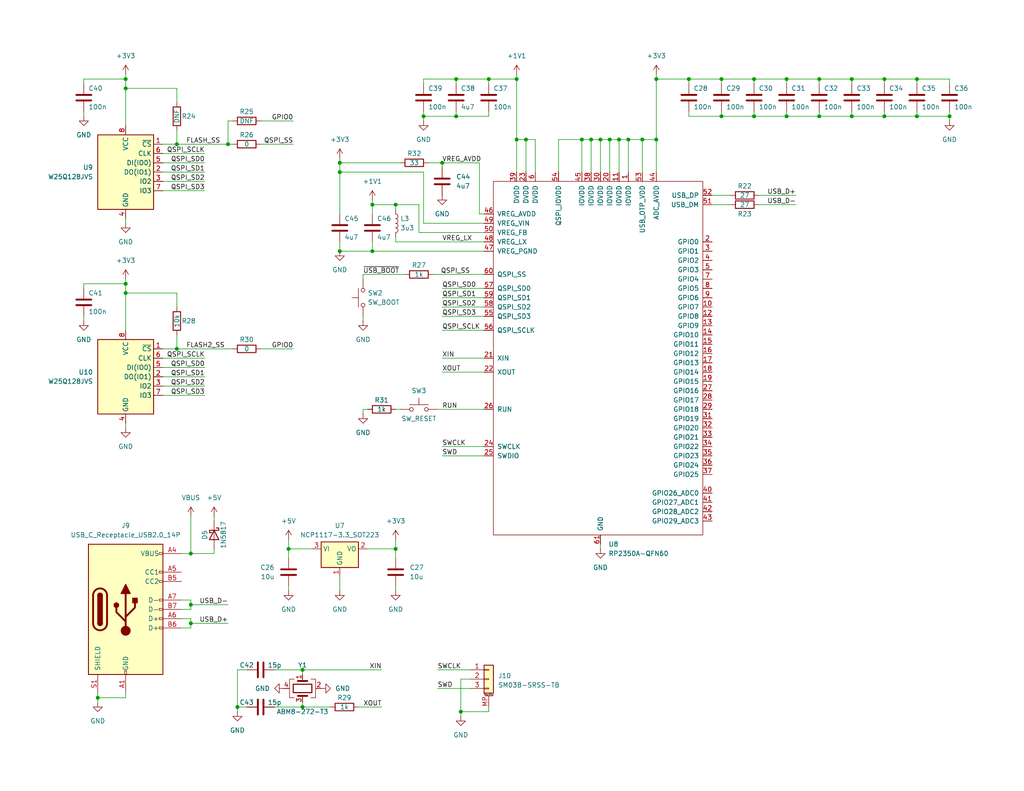
<source format=kicad_sch>
(kicad_sch (version 20231120) (generator "eeschema") (generator_version "8.0")
  (paper "A")
  (title_block (title "Zero-Stomp") (date "2025-02-03") (rev "1"))
  (lib_symbols
    (symbol "Connector:USB_C_Receptacle_USB2.0_14P" (pin_names (offset 1.016))
      (property "Reference" "J" (at 0 22.225 0))
      (property "Value" "USB_C_Receptacle_USB2.0_14P" (at 0 19.685 0))
      (symbol "USB_C_Receptacle_USB2.0_14P_0_0"
        (rectangle (start -0.254 -17.78) (end 0.254 -16.764))
        (rectangle (start 10.16 -4.826) (end 9.144 -5.334))
        (rectangle (start 10.16 -2.286) (end 9.144 -2.794))
        (rectangle (start 10.16 0.254) (end 9.144 -0.254))
        (rectangle (start 10.16 2.794) (end 9.144 2.286))
        (rectangle (start 10.16 7.874) (end 9.144 7.366))
        (rectangle (start 10.16 10.414) (end 9.144 9.906))
        (rectangle (start 10.16 15.494) (end 9.144 14.986))
      )
      (symbol "USB_C_Receptacle_USB2.0_14P_0_1"
        (rectangle (start -10.16 17.78) (end 10.16 -17.78) (stroke (width 0.254)) (fill (type background)))
        (arc (start -8.89 -3.81) (mid -6.985 -5.7067) (end -5.08 -3.81) (stroke (width 0.508)))
        (arc (start -7.62 -3.81) (mid -6.985 -4.4423) (end -6.35 -3.81) (stroke (width 0.254)))
        (arc (start -7.62 -3.81) (mid -6.985 -4.4423) (end -6.35 -3.81) (stroke (width 0.254)) (fill (type outline)))
        (rectangle (start -7.62 -3.81) (end -6.35 3.81) (stroke (width 0.254)) (fill (type outline)))
        (arc (start -6.35 3.81) (mid -6.985 4.4423) (end -7.62 3.81) (stroke (width 0.254)))
        (arc (start -6.35 3.81) (mid -6.985 4.4423) (end -7.62 3.81) (stroke (width 0.254)) (fill (type outline)))
        (arc (start -5.08 3.81) (mid -6.985 5.7067) (end -8.89 3.81) (stroke (width 0.508)))
        (circle (center -2.54 1.143) (radius 0.635) (stroke (width 0.254)) (fill (type outline)))
        (circle (center 0 -5.842) (radius 1.27) (fill (type outline)))
        (polyline (pts (xy -8.89 -3.81) (xy -8.89 3.81)) (stroke (width 0.508)))
        (polyline (pts (xy -5.08 3.81) (xy -5.08 -3.81)) (stroke (width 0.508)))
        (polyline (pts (xy 0 -5.842) (xy 0 4.318)) (stroke (width 0.508)))
        (polyline (pts (xy 0 -3.302) (xy -2.54 -0.762) (xy -2.54 0.508)) (stroke (width 0.508)))
        (polyline (pts (xy 0 -2.032) (xy 2.54 0.508) (xy 2.54 1.778)) (stroke (width 0.508)))
        (polyline (pts (xy -1.27 4.318) (xy 0 6.858) (xy 1.27 4.318) (xy -1.27 4.318)) (stroke (width 0.254)) (fill (type outline)))
        (rectangle (start 1.905 1.778) (end 3.175 3.048) (stroke (width 0.254)) (fill (type outline)))
      )
      (symbol "USB_C_Receptacle_USB2.0_14P_1_1"
        (pin passive line (at 0 -22.86 90) (length 5.08) (name "GND") (number "A1"))
        (pin passive line (at 0 -22.86 90) (length 5.08) hide (name "GND") (number "A12"))
        (pin passive line (at 15.24 15.24 180) (length 5.08) (name "VBUS") (number "A4"))
        (pin bidirectional line (at 15.24 10.16 180) (length 5.08) (name "CC1") (number "A5"))
        (pin bidirectional line (at 15.24 -2.54 180) (length 5.08) (name "D+") (number "A6"))
        (pin bidirectional line (at 15.24 2.54 180) (length 5.08) (name "D-") (number "A7"))
        (pin passive line (at 15.24 15.24 180) (length 5.08) hide (name "VBUS") (number "A9"))
        (pin passive line (at 0 -22.86 90) (length 5.08) hide (name "GND") (number "B1"))
        (pin passive line (at 0 -22.86 90) (length 5.08) hide (name "GND") (number "B12"))
        (pin passive line (at 15.24 15.24 180) (length 5.08) hide (name "VBUS") (number "B4"))
        (pin bidirectional line (at 15.24 7.62 180) (length 5.08) (name "CC2") (number "B5"))
        (pin bidirectional line (at 15.24 -5.08 180) (length 5.08) (name "D+") (number "B6"))
        (pin bidirectional line (at 15.24 0 180) (length 5.08) (name "D-") (number "B7"))
        (pin passive line (at 15.24 15.24 180) (length 5.08) hide (name "VBUS") (number "B9"))
        (pin passive line (at -7.62 -22.86 90) (length 5.08) (name "SHIELD") (number "S1"))
      )
    )
    (symbol "Connector_Generic_MountingPin:Conn_01x03_MountingPin" (pin_names (offset 1.016) hide)
      (property "Reference" "J" (at 0 5.08 0))
      (property "Value" "Conn_01x03_MountingPin" (at 1.27 -5.08 0))
      (symbol "Conn_01x03_MountingPin_1_1"
        (rectangle (start -1.27 -2.413) (end 0 -2.667) (stroke (width 0.1524)))
        (rectangle (start -1.27 0.127) (end 0 -0.127) (stroke (width 0.1524)))
        (rectangle (start -1.27 2.667) (end 0 2.413) (stroke (width 0.1524)))
        (rectangle (start -1.27 3.81) (end 1.27 -3.81) (stroke (width 0.254)) (fill (type background)))
        (polyline (pts (xy -1.016 -4.572) (xy 1.016 -4.572)) (stroke (width 0.1524)))
        (text "Mounting" (at 0 -4.191 0) (effects (font (size 0.381 0.381))))
        (pin passive line (at -5.08 2.54 0) (length 3.81) (name "Pin_1") (number "1"))
        (pin passive line (at -5.08 0 0) (length 3.81) (name "Pin_2") (number "2"))
        (pin passive line (at -5.08 -2.54 0) (length 3.81) (name "Pin_3") (number "3"))
        (pin passive line (at 0 -7.62 90) (length 3.048) (name "MountPin") (number "MP"))
      )
    )
    (symbol "Device:C" (pin_numbers hide) (pin_names (offset 0.254))
      (property "Reference" "C" (at 0.635 2.54 0))
      (property "Value" "C" (at 0.635 -2.54 0))
      (symbol "C_0_1"
        (polyline (pts (xy -2.032 -0.762) (xy 2.032 -0.762)) (stroke (width 0.508)))
        (polyline (pts (xy -2.032 0.762) (xy 2.032 0.762)) (stroke (width 0.508)))
      )
      (symbol "C_1_1"
        (pin passive line (at 0 3.81 270) (length 2.794) (name "~") (number "1"))
        (pin passive line (at 0 -3.81 90) (length 2.794) (name "~") (number "2"))
      )
    )
    (symbol "Device:Crystal_GND24" (pin_names (offset 1.016) hide)
      (property "Reference" "Y" (at 3.175 5.08 0))
      (property "Value" "Crystal_GND24" (at 3.175 3.175 0))
      (symbol "Crystal_GND24_0_1"
        (rectangle (start -1.143 2.54) (end 1.143 -2.54) (stroke (width 0.3048)))
        (polyline (pts (xy -2.54 0) (xy -2.032 0)))
        (polyline (pts (xy -2.032 -1.27) (xy -2.032 1.27)) (stroke (width 0.508)))
        (polyline (pts (xy 0 -3.81) (xy 0 -3.556)))
        (polyline (pts (xy 0 3.556) (xy 0 3.81)))
        (polyline (pts (xy 2.032 -1.27) (xy 2.032 1.27)) (stroke (width 0.508)))
        (polyline (pts (xy 2.032 0) (xy 2.54 0)))
        (polyline (pts (xy -2.54 -2.286) (xy -2.54 -3.556) (xy 2.54 -3.556) (xy 2.54 -2.286)))
        (polyline (pts (xy -2.54 2.286) (xy -2.54 3.556) (xy 2.54 3.556) (xy 2.54 2.286)))
      )
      (symbol "Crystal_GND24_1_1"
        (pin passive line (at -3.81 0 0) (length 1.27) (name "1") (number "1"))
        (pin passive line (at 0 5.08 270) (length 1.27) (name "2") (number "2"))
        (pin passive line (at 3.81 0 180) (length 1.27) (name "3") (number "3"))
        (pin passive line (at 0 -5.08 90) (length 1.27) (name "4") (number "4"))
      )
    )
    (symbol "Device:L" (pin_numbers hide) (pin_names (offset 1.016) hide)
      (property "Reference" "L" (at -1.27 0 90))
      (property "Value" "L" (at 1.905 0 90))
      (symbol "L_0_1"
        (arc (start 0 -2.54) (mid 0.6323 -1.905) (end 0 -1.27))
        (arc (start 0 -1.27) (mid 0.6323 -0.635) (end 0 0))
        (arc (start 0 0) (mid 0.6323 0.635) (end 0 1.27))
        (arc (start 0 1.27) (mid 0.6323 1.905) (end 0 2.54))
      )
      (symbol "L_1_1"
        (pin passive line (at 0 3.81 270) (length 1.27) (name "1") (number "1"))
        (pin passive line (at 0 -3.81 90) (length 1.27) (name "2") (number "2"))
      )
    )
    (symbol "Device:R" (pin_numbers hide) (pin_names (offset 0))
      (property "Reference" "R" (at 2.032 0 90))
      (property "Value" "R" (at 0 0 90))
      (symbol "R_0_1"
        (rectangle (start -1.016 -2.54) (end 1.016 2.54) (stroke (width 0.254)))
      )
      (symbol "R_1_1"
        (pin passive line (at 0 3.81 270) (length 1.27) (name "~") (number "1"))
        (pin passive line (at 0 -3.81 90) (length 1.27) (name "~") (number "2"))
      )
    )
    (symbol "Diode:1N5817" (pin_numbers hide) (pin_names (offset 1.016) hide)
      (property "Reference" "D" (at 0 2.54 0))
      (property "Value" "1N5817" (at 0 -2.54 0))
      (symbol "1N5817_0_1"
        (polyline (pts (xy 1.27 0) (xy -1.27 0)))
        (polyline (pts (xy 1.27 1.27) (xy 1.27 -1.27) (xy -1.27 0) (xy 1.27 1.27)) (stroke (width 0.254)))
        (polyline (pts (xy -1.905 0.635) (xy -1.905 1.27) (xy -1.27 1.27) (xy -1.27 -1.27) (xy -0.635 -1.27) (xy -0.635 -0.635)) (stroke (width 0.254)))
      )
      (symbol "1N5817_1_1"
        (pin passive line (at -3.81 0 0) (length 2.54) (name "K") (number "1"))
        (pin passive line (at 3.81 0 180) (length 2.54) (name "A") (number "2"))
      )
    )
    (symbol "Memory_Flash:W25Q128JVS"
      (property "Reference" "U" (at -6.35 11.43 0))
      (property "Value" "W25Q128JVS" (at 7.62 11.43 0))
      (symbol "W25Q128JVS_0_1"
        (rectangle (start -7.62 10.16) (end 7.62 -10.16) (stroke (width 0.254)) (fill (type background)))
      )
      (symbol "W25Q128JVS_1_1"
        (pin input line (at -10.16 7.62 0) (length 2.54) (name "~{CS}") (number "1"))
        (pin bidirectional line (at -10.16 0 0) (length 2.54) (name "DO(IO1)") (number "2"))
        (pin bidirectional line (at -10.16 -2.54 0) (length 2.54) (name "IO2") (number "3"))
        (pin power_in line (at 0 -12.7 90) (length 2.54) (name "GND") (number "4"))
        (pin bidirectional line (at -10.16 2.54 0) (length 2.54) (name "DI(IO0)") (number "5"))
        (pin input line (at -10.16 5.08 0) (length 2.54) (name "CLK") (number "6"))
        (pin bidirectional line (at -10.16 -5.08 0) (length 2.54) (name "IO3") (number "7"))
        (pin power_in line (at 0 12.7 270) (length 2.54) (name "VCC") (number "8"))
      )
    )
    (symbol "RP2350A:RP2350A-QFN60" (pin_names (offset 1.016))
      (property "Reference" "U" (at 0 -1.27 0))
      (property "Value" "RP2350A-QFN60" (at 0 1.27 0))
      (symbol "RP2350A-QFN60_0_1"
        (rectangle (start -29.21 44.45) (end 27.94 -52.07))
      )
      (symbol "RP2350A-QFN60_1_0"
        (pin passive line (at 0 -54.61 90) (length 2.54) (name "GND") (number "61"))
      )
      (symbol "RP2350A-QFN60_1_1"
        (pin power_in line (at 7.62 46.99 270) (length 2.54) (name "IOVDD") (number "1"))
        (pin bidirectional line (at 30.48 10.16 180) (length 2.54) (name "GPIO7") (number "10"))
        (pin power_in line (at 5.08 46.99 270) (length 2.54) (name "IOVDD") (number "11"))
        (pin bidirectional line (at 30.48 7.62 180) (length 2.54) (name "GPIO8") (number "12"))
        (pin bidirectional line (at 30.48 5.08 180) (length 2.54) (name "GPIO9") (number "13"))
        (pin bidirectional line (at 30.48 2.54 180) (length 2.54) (name "GPIO10") (number "14"))
        (pin bidirectional line (at 30.48 0 180) (length 2.54) (name "GPIO11") (number "15"))
        (pin bidirectional line (at 30.48 -2.54 180) (length 2.54) (name "GPIO12") (number "16"))
        (pin bidirectional line (at 30.48 -5.08 180) (length 2.54) (name "GPIO13") (number "17"))
        (pin bidirectional line (at 30.48 -7.62 180) (length 2.54) (name "GPIO14") (number "18"))
        (pin bidirectional line (at 30.48 -10.16 180) (length 2.54) (name "GPIO15") (number "19"))
        (pin bidirectional line (at 30.48 27.94 180) (length 2.54) (name "GPIO0") (number "2"))
        (pin power_in line (at 2.54 46.99 270) (length 2.54) (name "IOVDD") (number "20"))
        (pin input line (at -31.75 -3.81 0) (length 2.54) (name "XIN") (number "21"))
        (pin output line (at -31.75 -7.62 0) (length 2.54) (name "XOUT") (number "22"))
        (pin power_in line (at -20.32 46.99 270) (length 2.54) (name "DVDD") (number "23"))
        (pin input line (at -31.75 -27.94 0) (length 2.54) (name "SWCLK") (number "24"))
        (pin bidirectional line (at -31.75 -30.48 0) (length 2.54) (name "SWDIO") (number "25"))
        (pin input line (at -31.75 -17.78 0) (length 2.54) (name "RUN") (number "26"))
        (pin bidirectional line (at 30.48 -12.7 180) (length 2.54) (name "GPIO16") (number "27"))
        (pin bidirectional line (at 30.48 -15.24 180) (length 2.54) (name "GPIO17") (number "28"))
        (pin bidirectional line (at 30.48 -17.78 180) (length 2.54) (name "GPIO18") (number "29"))
        (pin bidirectional line (at 30.48 25.4 180) (length 2.54) (name "GPIO1") (number "3"))
        (pin power_in line (at 0 46.99 270) (length 2.54) (name "IOVDD") (number "30"))
        (pin bidirectional line (at 30.48 -20.32 180) (length 2.54) (name "GPIO19") (number "31"))
        (pin bidirectional line (at 30.48 -22.86 180) (length 2.54) (name "GPIO20") (number "32"))
        (pin bidirectional line (at 30.48 -25.4 180) (length 2.54) (name "GPIO21") (number "33"))
        (pin bidirectional line (at 30.48 -27.94 180) (length 2.54) (name "GPIO22") (number "34"))
        (pin bidirectional line (at 30.48 -30.48 180) (length 2.54) (name "GPIO23") (number "35"))
        (pin bidirectional line (at 30.48 -33.02 180) (length 2.54) (name "GPIO24") (number "36"))
        (pin bidirectional line (at 30.48 -35.56 180) (length 2.54) (name "GPIO25") (number "37"))
        (pin power_in line (at -2.54 46.99 270) (length 2.54) (name "IOVDD") (number "38"))
        (pin power_in line (at -22.86 46.99 270) (length 2.54) (name "DVDD") (number "39"))
        (pin bidirectional line (at 30.48 22.86 180) (length 2.54) (name "GPIO2") (number "4"))
        (pin bidirectional line (at 30.48 -40.64 180) (length 2.54) (name "GPIO26_ADC0") (number "40"))
        (pin bidirectional line (at 30.48 -43.18 180) (length 2.54) (name "GPIO27_ADC1") (number "41"))
        (pin bidirectional line (at 30.48 -45.72 180) (length 2.54) (name "GPIO28_ADC2") (number "42"))
        (pin bidirectional line (at 30.48 -48.26 180) (length 2.54) (name "GPIO29_ADC3") (number "43"))
        (pin power_in line (at 15.24 46.99 270) (length 2.54) (name "ADC_AVDD") (number "44"))
        (pin power_in line (at -5.08 46.99 270) (length 2.54) (name "IOVDD") (number "45"))
        (pin power_in line (at -31.75 35.56 0) (length 2.54) (name "VREG_AVDD") (number "46"))
        (pin input line (at -31.75 25.4 0) (length 2.54) (name "VREG_PGND") (number "47"))
        (pin power_out line (at -31.75 27.94 0) (length 2.54) (name "VREG_LX") (number "48"))
        (pin power_in line (at -31.75 33.02 0) (length 2.54) (name "VREG_VIN") (number "49"))
        (pin bidirectional line (at 30.48 20.32 180) (length 2.54) (name "GPIO3") (number "5"))
        (pin power_in line (at -31.75 30.48 0) (length 2.54) (name "VREG_FB") (number "50"))
        (pin bidirectional line (at 30.48 38.1 180) (length 2.54) (name "USB_DM") (number "51"))
        (pin bidirectional line (at 30.48 40.64 180) (length 2.54) (name "USB_DP") (number "52"))
        (pin power_in line (at 11.43 46.99 270) (length 2.54) (name "USB_OTP_VDD") (number "53"))
        (pin power_in line (at -11.43 46.99 270) (length 2.54) (name "QSPI_IOVDD") (number "54"))
        (pin bidirectional line (at -31.75 7.62 0) (length 2.54) (name "QSPI_SD3") (number "55"))
        (pin bidirectional line (at -31.75 3.81 0) (length 2.54) (name "QSPI_SCLK") (number "56"))
        (pin bidirectional line (at -31.75 15.24 0) (length 2.54) (name "QSPI_SD0") (number "57"))
        (pin bidirectional line (at -31.75 10.16 0) (length 2.54) (name "QSPI_SD2") (number "58"))
        (pin bidirectional line (at -31.75 12.7 0) (length 2.54) (name "QSPI_SD1") (number "59"))
        (pin power_in line (at -17.78 46.99 270) (length 2.54) (name "DVDD") (number "6"))
        (pin bidirectional line (at -31.75 19.05 0) (length 2.54) (name "QSPI_SS") (number "60"))
        (pin bidirectional line (at 30.48 17.78 180) (length 2.54) (name "GPIO4") (number "7"))
        (pin bidirectional line (at 30.48 15.24 180) (length 2.54) (name "GPIO5") (number "8"))
        (pin bidirectional line (at 30.48 12.7 180) (length 2.54) (name "GPIO6") (number "9"))
      )
    )
    (symbol "Regulator_Linear:NCP1117-3.3_SOT223"
      (property "Reference" "U" (at -3.81 3.175 0))
      (property "Value" "NCP1117-3.3_SOT223" (at 0 3.175 0))
      (symbol "NCP1117-3.3_SOT223_0_1"
        (rectangle (start -5.08 -5.08) (end 5.08 1.905) (stroke (width 0.254)) (fill (type background)))
      )
      (symbol "NCP1117-3.3_SOT223_1_1"
        (pin power_in line (at 0 -7.62 90) (length 2.54) (name "GND") (number "1"))
        (pin power_out line (at 7.62 0 180) (length 2.54) (name "VO") (number "2"))
        (pin power_in line (at -7.62 0 0) (length 2.54) (name "VI") (number "3"))
      )
    )
    (symbol "Switch:SW_Push" (pin_numbers hide) (pin_names (offset 1.016) hide)
      (property "Reference" "SW" (at 1.27 2.54 0))
      (property "Value" "SW_Push" (at 0 -1.524 0))
      (symbol "SW_Push_0_1"
        (circle (center -2.032 0) (radius 0.508))
        (polyline (pts (xy 0 1.27) (xy 0 3.048)))
        (polyline (pts (xy 2.54 1.27) (xy -2.54 1.27)))
        (circle (center 2.032 0) (radius 0.508))
        (pin passive line (at -5.08 0 0) (length 2.54) (name "1") (number "1"))
        (pin passive line (at 5.08 0 180) (length 2.54) (name "2") (number "2"))
      )
    )
    (symbol "power:+1V1" (power) (pin_numbers hide) (pin_names (offset 0) hide)
      (property "Value" "+1V1" (at 0 3.556 0))
      (symbol "+1V1_0_1"
        (polyline (pts (xy -0.762 1.27) (xy 0 2.54)))
        (polyline (pts (xy 0 0) (xy 0 2.54)))
        (polyline (pts (xy 0 2.54) (xy 0.762 1.27)))
      )
      (symbol "+1V1_1_1"
        (pin power_in line (at 0 0 90) (length 0) (name "~") (number "1"))
      )
    )
    (symbol "power:+3V3" (power) (pin_numbers hide) (pin_names (offset 0) hide)
      (property "Value" "+3V3" (at 0 3.556 0))
      (symbol "+3V3_0_1"
        (polyline (pts (xy -0.762 1.27) (xy 0 2.54)))
        (polyline (pts (xy 0 0) (xy 0 2.54)))
        (polyline (pts (xy 0 2.54) (xy 0.762 1.27)))
      )
      (symbol "+3V3_1_1"
        (pin power_in line (at 0 0 90) (length 0) (name "~") (number "1"))
      )
    )
    (symbol "power:+5V" (power) (pin_numbers hide) (pin_names (offset 0) hide)
      (property "Value" "+5V" (at 0 3.556 0))
      (symbol "+5V_0_1"
        (polyline (pts (xy -0.762 1.27) (xy 0 2.54)))
        (polyline (pts (xy 0 0) (xy 0 2.54)))
        (polyline (pts (xy 0 2.54) (xy 0.762 1.27)))
      )
      (symbol "+5V_1_1"
        (pin power_in line (at 0 0 90) (length 0) (name "~") (number "1"))
      )
    )
    (symbol "power:GND" (power) (pin_numbers hide) (pin_names (offset 0) hide)
      (property "Value" "GND" (at 0 -3.81 0))
      (symbol "GND_0_1"
        (polyline (pts (xy 0 0) (xy 0 -1.27) (xy 1.27 -1.27) (xy 0 -2.54) (xy -1.27 -1.27) (xy 0 -1.27)))
      )
      (symbol "GND_1_1"
        (pin power_in line (at 0 0 270) (length 0) (name "~") (number "1"))
      )
    )
    (symbol "power:VBUS" (power) (pin_numbers hide) (pin_names (offset 0) hide)
      (property "Value" "VBUS" (at 0 3.556 0))
      (symbol "VBUS_0_1"
        (polyline (pts (xy -0.762 1.27) (xy 0 2.54)))
        (polyline (pts (xy 0 0) (xy 0 2.54)))
        (polyline (pts (xy 0 2.54) (xy 0.762 1.27)))
      )
      (symbol "VBUS_1_1"
        (pin power_in line (at 0 0 90) (length 0) (name "~") (number "1"))
      )
    )
  )
  (junction (at 205.74 31.75))
  (junction (at 26.67 190.5))
  (junction (at 34.29 77.47))
  (junction (at 168.91 38.1))
  (junction (at 250.19 21.59))
  (junction (at 52.07 165.1))
  (junction (at 161.29 38.1))
  (junction (at 179.07 38.1))
  (junction (at 241.3 21.59))
  (junction (at 205.74 21.59))
  (junction (at 124.46 31.75))
  (junction (at 120.65 44.45))
  (junction (at 78.74 149.86))
  (junction (at 171.45 38.1))
  (junction (at 115.57 31.75))
  (junction (at 125.73 194.31))
  (junction (at 64.77 193.04))
  (junction (at 92.71 44.45))
  (junction (at 143.51 38.1))
  (junction (at 140.97 21.59))
  (junction (at 52.07 170.18))
  (junction (at 107.95 55.88))
  (junction (at 101.6 68.58))
  (junction (at 232.41 31.75))
  (junction (at 163.83 38.1))
  (junction (at 101.6 55.88))
  (junction (at 250.19 31.75))
  (junction (at 107.95 149.86))
  (junction (at 34.29 80.01))
  (junction (at 34.29 21.59))
  (junction (at 82.55 182.88))
  (junction (at 214.63 31.75))
  (junction (at 166.37 38.1))
  (junction (at 179.07 21.59))
  (junction (at 52.07 151.13))
  (junction (at 140.97 38.1))
  (junction (at 241.3 31.75))
  (junction (at 214.63 21.59))
  (junction (at 158.75 38.1))
  (junction (at 223.52 31.75))
  (junction (at 187.96 21.59))
  (junction (at 92.71 68.58))
  (junction (at 232.41 21.59))
  (junction (at 62.23 39.37))
  (junction (at 124.46 21.59))
  (junction (at 92.71 46.99))
  (junction (at 48.26 95.25))
  (junction (at 34.29 24.13))
  (junction (at 133.35 21.59))
  (junction (at 223.52 21.59))
  (junction (at 196.85 31.75))
  (junction (at 48.26 39.37))
  (junction (at 175.26 38.1))
  (junction (at 259.08 31.75))
  (junction (at 82.55 193.04))
  (junction (at 196.85 21.59))
  (wire (pts (xy 52.07 170.18) (xy 62.23 170.18)))
  (wire (pts (xy 120.65 86.36) (xy 132.08 86.36)))
  (wire (pts (xy 52.07 151.13) (xy 49.53 151.13)))
  (wire (pts (xy 34.29 21.59) (xy 34.29 24.13)))
  (wire (pts (xy 259.08 33.02) (xy 259.08 31.75)))
  (wire (pts (xy 49.53 171.45) (xy 52.07 171.45)))
  (wire (pts (xy 44.45 44.45) (xy 55.88 44.45)))
  (wire (pts (xy 22.86 21.59) (xy 34.29 21.59)))
  (wire (pts (xy 132.08 63.5) (xy 114.3 63.5)))
  (wire (pts (xy 146.05 46.99) (xy 146.05 38.1)))
  (wire (pts (xy 187.96 21.59) (xy 179.07 21.59)))
  (wire (pts (xy 107.95 66.04) (xy 132.08 66.04)))
  (wire (pts (xy 124.46 31.75) (xy 133.35 31.75)))
  (wire (pts (xy 52.07 166.37) (xy 49.53 166.37)))
  (wire (pts (xy 99.06 87.63) (xy 99.06 86.36)))
  (wire (pts (xy 22.86 78.74) (xy 22.86 77.47)))
  (wire (pts (xy 62.23 33.02) (xy 62.23 39.37)))
  (wire (pts (xy 187.96 21.59) (xy 187.96 22.86)))
  (wire (pts (xy 214.63 31.75) (xy 205.74 31.75)))
  (wire (pts (xy 44.45 52.07) (xy 55.88 52.07)))
  (wire (pts (xy 44.45 49.53) (xy 55.88 49.53)))
  (wire (pts (xy 74.93 193.04) (xy 82.55 193.04)))
  (wire (pts (xy 115.57 46.99) (xy 92.71 46.99)))
  (wire (pts (xy 107.95 55.88) (xy 107.95 57.15)))
  (wire (pts (xy 22.86 77.47) (xy 34.29 77.47)))
  (wire (pts (xy 92.71 43.18) (xy 92.71 44.45)))
  (wire (pts (xy 34.29 24.13) (xy 34.29 34.29)))
  (wire (pts (xy 64.77 193.04) (xy 64.77 194.31)))
  (wire (pts (xy 118.11 74.93) (xy 132.08 74.93)))
  (wire (pts (xy 140.97 20.32) (xy 140.97 21.59)))
  (wire (pts (xy 179.07 20.32) (xy 179.07 21.59)))
  (wire (pts (xy 232.41 21.59) (xy 232.41 22.86)))
  (wire (pts (xy 120.65 78.74) (xy 132.08 78.74)))
  (wire (pts (xy 120.65 83.82) (xy 132.08 83.82)))
  (wire (pts (xy 259.08 31.75) (xy 250.19 31.75)))
  (wire (pts (xy 120.65 90.17) (xy 132.08 90.17)))
  (wire (pts (xy 250.19 21.59) (xy 241.3 21.59)))
  (wire (pts (xy 223.52 30.48) (xy 223.52 31.75)))
  (wire (pts (xy 34.29 190.5) (xy 34.29 189.23)))
  (wire (pts (xy 241.3 31.75) (xy 232.41 31.75)))
  (wire (pts (xy 205.74 31.75) (xy 196.85 31.75)))
  (wire (pts (xy 124.46 21.59) (xy 124.46 22.86)))
  (wire (pts (xy 49.53 168.91) (xy 52.07 168.91)))
  (wire (pts (xy 71.12 95.25) (xy 80.01 95.25)))
  (wire (pts (xy 119.38 187.96) (xy 128.27 187.96)))
  (wire (pts (xy 179.07 38.1) (xy 179.07 46.99)))
  (wire (pts (xy 52.07 163.83) (xy 52.07 165.1)))
  (wire (pts (xy 107.95 66.04) (xy 107.95 64.77)))
  (wire (pts (xy 92.71 44.45) (xy 92.71 46.99)))
  (wire (pts (xy 64.77 193.04) (xy 67.31 193.04)))
  (wire (pts (xy 120.65 81.28) (xy 132.08 81.28)))
  (wire (pts (xy 22.86 87.63) (xy 22.86 86.36)))
  (wire (pts (xy 120.65 44.45) (xy 120.65 45.72)))
  (wire (pts (xy 71.12 39.37) (xy 80.01 39.37)))
  (wire (pts (xy 125.73 194.31) (xy 133.35 194.31)))
  (wire (pts (xy 168.91 38.1) (xy 166.37 38.1)))
  (wire (pts (xy 49.53 163.83) (xy 52.07 163.83)))
  (wire (pts (xy 163.83 38.1) (xy 161.29 38.1)))
  (wire (pts (xy 241.3 21.59) (xy 241.3 22.86)))
  (wire (pts (xy 124.46 30.48) (xy 124.46 31.75)))
  (wire (pts (xy 171.45 38.1) (xy 171.45 46.99)))
  (wire (pts (xy 133.35 31.75) (xy 133.35 30.48)))
  (wire (pts (xy 158.75 38.1) (xy 158.75 46.99)))
  (wire (pts (xy 58.42 149.86) (xy 58.42 151.13)))
  (wire (pts (xy 223.52 21.59) (xy 214.63 21.59)))
  (wire (pts (xy 223.52 21.59) (xy 223.52 22.86)))
  (wire (pts (xy 44.45 102.87) (xy 55.88 102.87)))
  (wire (pts (xy 187.96 31.75) (xy 187.96 30.48)))
  (wire (pts (xy 34.29 77.47) (xy 34.29 80.01)))
  (wire (pts (xy 241.3 21.59) (xy 232.41 21.59)))
  (wire (pts (xy 101.6 55.88) (xy 101.6 58.42)))
  (wire (pts (xy 163.83 149.86) (xy 163.83 148.59)))
  (wire (pts (xy 100.33 111.76) (xy 99.06 111.76)))
  (wire (pts (xy 48.26 35.56) (xy 48.26 39.37)))
  (wire (pts (xy 132.08 58.42) (xy 130.81 58.42)))
  (wire (pts (xy 207.01 53.34) (xy 217.17 53.34)))
  (wire (pts (xy 52.07 170.18) (xy 52.07 171.45)))
  (wire (pts (xy 99.06 111.76) (xy 99.06 113.03)))
  (wire (pts (xy 223.52 31.75) (xy 214.63 31.75)))
  (wire (pts (xy 250.19 31.75) (xy 241.3 31.75)))
  (wire (pts (xy 133.35 21.59) (xy 133.35 22.86)))
  (wire (pts (xy 132.08 60.96) (xy 115.57 60.96)))
  (wire (pts (xy 92.71 66.04) (xy 92.71 68.58)))
  (wire (pts (xy 115.57 22.86) (xy 115.57 21.59)))
  (wire (pts (xy 34.29 76.2) (xy 34.29 77.47)))
  (wire (pts (xy 64.77 182.88) (xy 64.77 193.04)))
  (wire (pts (xy 44.45 46.99) (xy 55.88 46.99)))
  (wire (pts (xy 82.55 182.88) (xy 104.14 182.88)))
  (wire (pts (xy 166.37 38.1) (xy 163.83 38.1)))
  (wire (pts (xy 101.6 66.04) (xy 101.6 68.58)))
  (wire (pts (xy 26.67 190.5) (xy 34.29 190.5)))
  (wire (pts (xy 175.26 38.1) (xy 179.07 38.1)))
  (wire (pts (xy 52.07 151.13) (xy 58.42 151.13)))
  (wire (pts (xy 48.26 95.25) (xy 44.45 95.25)))
  (wire (pts (xy 92.71 46.99) (xy 92.71 58.42)))
  (wire (pts (xy 52.07 168.91) (xy 52.07 170.18)))
  (wire (pts (xy 232.41 31.75) (xy 223.52 31.75)))
  (wire (pts (xy 241.3 30.48) (xy 241.3 31.75)))
  (wire (pts (xy 82.55 193.04) (xy 90.17 193.04)))
  (wire (pts (xy 48.26 80.01) (xy 34.29 80.01)))
  (wire (pts (xy 171.45 38.1) (xy 168.91 38.1)))
  (wire (pts (xy 120.65 121.92) (xy 132.08 121.92)))
  (wire (pts (xy 196.85 31.75) (xy 187.96 31.75)))
  (wire (pts (xy 48.26 39.37) (xy 44.45 39.37)))
  (wire (pts (xy 44.45 105.41) (xy 55.88 105.41)))
  (wire (pts (xy 74.93 182.88) (xy 82.55 182.88)))
  (wire (pts (xy 130.81 58.42) (xy 130.81 44.45)))
  (wire (pts (xy 130.81 44.45) (xy 120.65 44.45)))
  (wire (pts (xy 92.71 161.29) (xy 92.71 157.48)))
  (wire (pts (xy 120.65 124.46) (xy 132.08 124.46)))
  (wire (pts (xy 58.42 142.24) (xy 58.42 140.97)))
  (wire (pts (xy 34.29 20.32) (xy 34.29 21.59)))
  (wire (pts (xy 62.23 39.37) (xy 48.26 39.37)))
  (wire (pts (xy 63.5 33.02) (xy 62.23 33.02)))
  (wire (pts (xy 101.6 68.58) (xy 132.08 68.58)))
  (wire (pts (xy 161.29 38.1) (xy 161.29 46.99)))
  (wire (pts (xy 52.07 165.1) (xy 62.23 165.1)))
  (wire (pts (xy 44.45 41.91) (xy 55.88 41.91)))
  (wire (pts (xy 143.51 38.1) (xy 143.51 46.99)))
  (wire (pts (xy 44.45 107.95) (xy 55.88 107.95)))
  (wire (pts (xy 179.07 21.59) (xy 179.07 38.1)))
  (wire (pts (xy 52.07 140.97) (xy 52.07 151.13)))
  (wire (pts (xy 99.06 74.93) (xy 110.49 74.93)))
  (wire (pts (xy 205.74 30.48) (xy 205.74 31.75)))
  (wire (pts (xy 78.74 149.86) (xy 78.74 152.4)))
  (wire (pts (xy 205.74 21.59) (xy 196.85 21.59)))
  (wire (pts (xy 62.23 39.37) (xy 63.5 39.37)))
  (wire (pts (xy 163.83 38.1) (xy 163.83 46.99)))
  (wire (pts (xy 78.74 147.32) (xy 78.74 149.86)))
  (wire (pts (xy 92.71 68.58) (xy 101.6 68.58)))
  (wire (pts (xy 26.67 191.77) (xy 26.67 190.5)))
  (wire (pts (xy 52.07 165.1) (xy 52.07 166.37)))
  (wire (pts (xy 107.95 111.76) (xy 109.22 111.76)))
  (wire (pts (xy 119.38 182.88) (xy 128.27 182.88)))
  (wire (pts (xy 232.41 30.48) (xy 232.41 31.75)))
  (wire (pts (xy 48.26 95.25) (xy 63.5 95.25)))
  (wire (pts (xy 125.73 185.42) (xy 125.73 194.31)))
  (wire (pts (xy 128.27 185.42) (xy 125.73 185.42)))
  (wire (pts (xy 100.33 149.86) (xy 107.95 149.86)))
  (wire (pts (xy 44.45 100.33) (xy 55.88 100.33)))
  (wire (pts (xy 82.55 184.15) (xy 82.55 182.88)))
  (wire (pts (xy 140.97 21.59) (xy 140.97 38.1)))
  (wire (pts (xy 115.57 30.48) (xy 115.57 31.75)))
  (wire (pts (xy 125.73 195.58) (xy 125.73 194.31)))
  (wire (pts (xy 82.55 193.04) (xy 82.55 191.77)))
  (wire (pts (xy 67.31 182.88) (xy 64.77 182.88)))
  (wire (pts (xy 114.3 55.88) (xy 107.95 55.88)))
  (wire (pts (xy 34.29 60.96) (xy 34.29 59.69)))
  (wire (pts (xy 214.63 30.48) (xy 214.63 31.75)))
  (wire (pts (xy 175.26 46.99) (xy 175.26 38.1)))
  (wire (pts (xy 196.85 21.59) (xy 196.85 22.86)))
  (wire (pts (xy 48.26 83.82) (xy 48.26 80.01)))
  (wire (pts (xy 120.65 97.79) (xy 132.08 97.79)))
  (wire (pts (xy 120.65 101.6) (xy 132.08 101.6)))
  (wire (pts (xy 194.31 53.34) (xy 199.39 53.34)))
  (wire (pts (xy 99.06 76.2) (xy 99.06 74.93)))
  (wire (pts (xy 114.3 63.5) (xy 114.3 55.88)))
  (wire (pts (xy 259.08 31.75) (xy 259.08 30.48)))
  (wire (pts (xy 115.57 31.75) (xy 124.46 31.75)))
  (wire (pts (xy 107.95 147.32) (xy 107.95 149.86)))
  (wire (pts (xy 34.29 80.01) (xy 34.29 90.17)))
  (wire (pts (xy 152.4 38.1) (xy 152.4 46.99)))
  (wire (pts (xy 101.6 54.61) (xy 101.6 55.88)))
  (wire (pts (xy 166.37 38.1) (xy 166.37 46.99)))
  (wire (pts (xy 109.22 44.45) (xy 92.71 44.45)))
  (wire (pts (xy 119.38 111.76) (xy 132.08 111.76)))
  (wire (pts (xy 78.74 149.86) (xy 85.09 149.86)))
  (wire (pts (xy 175.26 38.1) (xy 171.45 38.1)))
  (wire (pts (xy 133.35 194.31) (xy 133.35 193.04)))
  (wire (pts (xy 44.45 97.79) (xy 55.88 97.79)))
  (wire (pts (xy 124.46 21.59) (xy 133.35 21.59)))
  (wire (pts (xy 140.97 38.1) (xy 140.97 46.99)))
  (wire (pts (xy 115.57 21.59) (xy 124.46 21.59)))
  (wire (pts (xy 71.12 33.02) (xy 80.01 33.02)))
  (wire (pts (xy 97.79 193.04) (xy 104.14 193.04)))
  (wire (pts (xy 22.86 31.75) (xy 22.86 30.48)))
  (wire (pts (xy 146.05 38.1) (xy 143.51 38.1)))
  (wire (pts (xy 143.51 38.1) (xy 140.97 38.1)))
  (wire (pts (xy 168.91 38.1) (xy 168.91 46.99)))
  (wire (pts (xy 158.75 38.1) (xy 152.4 38.1)))
  (wire (pts (xy 194.31 55.88) (xy 199.39 55.88)))
  (wire (pts (xy 26.67 190.5) (xy 26.67 189.23)))
  (wire (pts (xy 214.63 21.59) (xy 205.74 21.59)))
  (wire (pts (xy 48.26 27.94) (xy 48.26 24.13)))
  (wire (pts (xy 107.95 161.29) (xy 107.95 160.02)))
  (wire (pts (xy 116.84 44.45) (xy 120.65 44.45)))
  (wire (pts (xy 48.26 24.13) (xy 34.29 24.13)))
  (wire (pts (xy 48.26 91.44) (xy 48.26 95.25)))
  (wire (pts (xy 196.85 21.59) (xy 187.96 21.59)))
  (wire (pts (xy 214.63 21.59) (xy 214.63 22.86)))
  (wire (pts (xy 107.95 55.88) (xy 101.6 55.88)))
  (wire (pts (xy 259.08 21.59) (xy 250.19 21.59)))
  (wire (pts (xy 205.74 21.59) (xy 205.74 22.86)))
  (wire (pts (xy 22.86 22.86) (xy 22.86 21.59)))
  (wire (pts (xy 78.74 161.29) (xy 78.74 160.02)))
  (wire (pts (xy 207.01 55.88) (xy 217.17 55.88)))
  (wire (pts (xy 259.08 22.86) (xy 259.08 21.59)))
  (wire (pts (xy 107.95 149.86) (xy 107.95 152.4)))
  (wire (pts (xy 196.85 30.48) (xy 196.85 31.75)))
  (wire (pts (xy 232.41 21.59) (xy 223.52 21.59)))
  (wire (pts (xy 161.29 38.1) (xy 158.75 38.1)))
  (wire (pts (xy 250.19 21.59) (xy 250.19 22.86)))
  (wire (pts (xy 140.97 21.59) (xy 133.35 21.59)))
  (wire (pts (xy 250.19 30.48) (xy 250.19 31.75)))
  (wire (pts (xy 34.29 116.84) (xy 34.29 115.57)))
  (wire (pts (xy 115.57 60.96) (xy 115.57 46.99)))
  (wire (pts (xy 115.57 33.02) (xy 115.57 31.75)))
  (label "QSPI_SCLK" (at 55.88 41.91 180))
  (label "QSPI_SD1" (at 120.65 81.28 0))
  (label "SWCLK" (at 120.65 121.92 0))
  (label "QSPI_SD3" (at 55.88 107.95 180))
  (label "~{USB_BOOT}" (at 99.06 74.93 0))
  (label "VREG_LX" (at 120.65 66.04 0))
  (label "QSPI_SCLK" (at 55.88 97.79 180))
  (label "FLASH2_SS" (at 50.8 95.25 0))
  (label "USB_D-" (at 62.23 165.1 180))
  (label "QSPI_SD0" (at 55.88 44.45 180))
  (label "SWD" (at 119.38 187.96 0))
  (label "RUN" (at 120.65 111.76 0))
  (label "USB_D+" (at 217.17 53.34 180))
  (label "QSPI_SS" (at 80.01 39.37 180))
  (label "QSPI_SD1" (at 55.88 46.99 180))
  (label "QSPI_SD0" (at 55.88 100.33 180))
  (label "QSPI_SD3" (at 55.88 52.07 180))
  (label "QSPI_SD1" (at 55.88 102.87 180))
  (label "VREG_AVDD" (at 120.65 44.45 0))
  (label "XOUT" (at 120.65 101.6 0))
  (label "XIN" (at 104.14 182.88 180))
  (label "QSPI_SD0" (at 120.65 78.74 0))
  (label "GPIO0" (at 80.01 95.25 180))
  (label "QSPI_SCLK" (at 120.65 90.17 0))
  (label "USB_D-" (at 217.17 55.88 180))
  (label "XOUT" (at 104.14 193.04 180))
  (label "XIN" (at 120.65 97.79 0))
  (label "QSPI_SS" (at 128.27 74.93 180))
  (label "QSPI_SD2" (at 55.88 49.53 180))
  (label "GPIO0" (at 80.01 33.02 180))
  (label "QSPI_SD3" (at 120.65 86.36 0))
  (label "USB_D+" (at 62.23 170.18 180))
  (label "FLASH_SS" (at 50.8 39.37 0))
  (label "SWCLK" (at 119.38 182.88 0))
  (label "QSPI_SD2" (at 55.88 105.41 180))
  (label "SWD" (at 120.65 124.46 0))
  (label "QSPI_SD2" (at 120.65 83.82 0))
  (symbol (lib_id "power:GND") (at 107.95 161.29 0) (unit 1)
    (property "Reference" "#PWR053" (effects (hide yes)))
    (property "Value" "GND" (at 107.95 166.37 0))
    (property "Description" "Power symbol creates a global label with name \"GND\" , ground" (effects (hide yes)))
  )
  (symbol (lib_id "Device:R") (at 67.31 95.25 90) (unit 1)
    (property "Reference" "R30" (at 67.31 92.71 90))
    (property "Value" "0" (at 67.31 95.25 90))
    (property "Description" "Resistor" (effects (hide yes)))
  )
  (symbol (lib_id "Connector:USB_C_Receptacle_USB2.0_14P") (at 34.29 166.37 0) (unit 1)
    (property "Reference" "J9" (at 34.29 143.51 0))
    (property "Value" "USB_C_Receptacle_USB2.0_14P" (at 34.29 146.05 0))
    (property "Datasheet" "https://www.usb.org/sites/default/files/documents/usb_type-c.zip" (effects (hide yes)))
    (property "Description" "USB 2.0-only 14P Type-C Receptacle connector" (effects (hide yes)))
  )
  (symbol (lib_id "Device:R") (at 113.03 44.45 90) (unit 1)
    (property "Reference" "R32" (at 113.03 41.91 90))
    (property "Value" "33" (at 113.03 44.45 90))
    (property "Description" "Resistor" (effects (hide yes)))
  )
  (symbol (lib_id "power:GND") (at 87.63 187.96 90) (unit 1)
    (property "Reference" "#PWR069" (effects (hide yes)))
    (property "Value" "GND" (at 91.44 187.9599 90) (effects (justify right)))
    (property "Description" "Power symbol creates a global label with name \"GND\" , ground" (effects (hide yes)))
  )
  (symbol (lib_id "power:VBUS") (at 52.07 140.97 0) (unit 1)
    (property "Reference" "#PWR050" (effects (hide yes)))
    (property "Value" "VBUS" (at 52.07 135.89 0))
    (property "Description" "Power symbol creates a global label with name \"VBUS\"" (effects (hide yes)))
  )
  (symbol (lib_id "Device:C") (at 92.71 62.23 0) (unit 1)
    (property "Reference" "C45" (at 93.98 59.69 0) (effects (justify left)))
    (property "Value" "4u7" (at 93.98 64.77 0) (effects (justify left)))
    (property "Description" "Unpolarized capacitor" (effects (hide yes)))
  )
  (symbol (lib_id "Device:C") (at 232.41 26.67 0) (unit 1)
    (property "Reference" "C33" (at 233.68 24.13 0) (effects (justify left)))
    (property "Value" "100n" (at 233.68 29.21 0) (effects (justify left)))
    (property "Description" "Unpolarized capacitor" (effects (hide yes)))
  )
  (symbol (lib_id "power:+5V") (at 78.74 147.32 0) (unit 1)
    (property "Reference" "#PWR079" (effects (hide yes)))
    (property "Value" "+5V" (at 78.74 142.24 0))
    (property "Description" "Power symbol creates a global label with name \"+5V\"" (effects (hide yes)))
  )
  (symbol (lib_id "power:GND") (at 92.71 68.58 0) (unit 1)
    (property "Reference" "#PWR075" (effects (hide yes)))
    (property "Value" "GND" (at 92.71 73.66 0))
    (property "Description" "Power symbol creates a global label with name \"GND\" , ground" (effects (hide yes)))
  )
  (symbol (lib_id "power:GND") (at 22.86 87.63 0) (unit 1)
    (property "Reference" "#PWR065" (effects (hide yes)))
    (property "Value" "GND" (at 22.86 92.71 0))
    (property "Description" "Power symbol creates a global label with name \"GND\" , ground" (effects (hide yes)))
  )
  (symbol (lib_id "Device:C") (at 223.52 26.67 0) (unit 1)
    (property "Reference" "C32" (at 224.79 24.13 0) (effects (justify left)))
    (property "Value" "100n" (at 224.79 29.21 0) (effects (justify left)))
    (property "Description" "Unpolarized capacitor" (effects (hide yes)))
  )
  (symbol (lib_id "Device:C") (at 250.19 26.67 0) (unit 1)
    (property "Reference" "C35" (at 251.46 24.13 0) (effects (justify left)))
    (property "Value" "100n" (at 251.46 29.21 0) (effects (justify left)))
    (property "Description" "Unpolarized capacitor" (effects (hide yes)))
  )
  (symbol (lib_id "Connector_Generic_MountingPin:Conn_01x03_MountingPin") (at 133.35 185.42 0) (unit 1)
    (property "Reference" "J10" (at 135.89 184.5055 0) (effects (justify left)))
    (property "Value" "SM03B-SRSS-TB" (at 135.89 187.0455 0) (effects (justify left)))
    (property "Description" "Generic connectable mounting pin connector, single row, 01x03, script generated (kicad-library-utils/schlib/autogen/connector/)" (effects (hide yes)))
  )
  (symbol (lib_id "Device:C") (at 107.95 156.21 0) (unit 1)
    (property "Reference" "C27" (at 111.76 154.9399 0) (effects (justify left)))
    (property "Value" "10u" (at 111.76 157.4799 0) (effects (justify left)))
    (property "Description" "Unpolarized capacitor" (effects (hide yes)))
  )
  (symbol (lib_id "power:GND") (at 78.74 161.29 0) (unit 1)
    (property "Reference" "#PWR052" (effects (hide yes)))
    (property "Value" "GND" (at 78.74 166.37 0))
    (property "Description" "Power symbol creates a global label with name \"GND\" , ground" (effects (hide yes)))
  )
  (symbol (lib_id "power:+5V") (at 58.42 140.97 0) (unit 1)
    (property "Reference" "#PWR077" (effects (hide yes)))
    (property "Value" "+5V" (at 58.42 135.89 0))
    (property "Description" "Power symbol creates a global label with name \"+5V\"" (effects (hide yes)))
  )
  (symbol (lib_id "Device:R") (at 104.14 111.76 90) (unit 1)
    (property "Reference" "R31" (at 104.14 109.22 90))
    (property "Value" "1k" (at 104.14 111.76 90))
    (property "Description" "Resistor" (effects (hide yes)))
  )
  (symbol (lib_id "power:+3V3") (at 107.95 147.32 0) (unit 1)
    (property "Reference" "#PWR054" (effects (hide yes)))
    (property "Value" "+3V3" (at 107.95 142.24 0))
    (property "Description" "Power symbol creates a global label with name \"+3V3\"" (effects (hide yes)))
  )
  (symbol (lib_id "Device:R") (at 48.26 87.63 0) (unit 1)
    (property "Reference" "R28" (at 49.53 87.63 0) (effects (justify left)))
    (property "Value" "10k" (at 48.26 87.63 90))
    (property "Description" "Resistor" (effects (hide yes)))
  )
  (symbol (lib_id "Device:C") (at 22.86 26.67 0) (unit 1)
    (property "Reference" "C40" (at 24.13 24.13 0) (effects (justify left)))
    (property "Value" "100n" (at 24.13 29.21 0) (effects (justify left)))
    (property "Description" "Unpolarized capacitor" (effects (hide yes)))
  )
  (symbol (lib_id "Device:C") (at 241.3 26.67 0) (unit 1)
    (property "Reference" "C34" (at 242.57 24.13 0) (effects (justify left)))
    (property "Value" "100n" (at 242.57 29.21 0) (effects (justify left)))
    (property "Description" "Unpolarized capacitor" (effects (hide yes)))
  )
  (symbol (lib_id "power:+1V1") (at 101.6 54.61 0) (unit 1)
    (property "Reference" "#PWR074" (effects (hide yes)))
    (property "Value" "+1V1" (at 101.6 49.53 0))
    (property "Description" "Power symbol creates a global label with name \"+1V1\"" (effects (hide yes)))
  )
  (symbol (lib_id "Device:C") (at 124.46 26.67 0) (unit 1)
    (property "Reference" "C38" (at 125.73 24.13 0) (effects (justify left)))
    (property "Value" "4u7" (at 125.73 29.21 0) (effects (justify left)))
    (property "Description" "Unpolarized capacitor" (effects (hide yes)))
  )
  (symbol (lib_id "power:GND") (at 64.77 194.31 0) (unit 1)
    (property "Reference" "#PWR070" (effects (hide yes)))
    (property "Value" "GND" (at 64.77 199.39 0))
    (property "Description" "Power symbol creates a global label with name \"GND\" , ground" (effects (hide yes)))
  )
  (symbol (lib_id "Switch:SW_Push") (at 114.3 111.76 0) (unit 1)
    (property "Reference" "SW3" (at 114.3 106.68 0))
    (property "Value" "SW_RESET" (at 114.3 114.3 0))
    (property "Description" "Push button switch, generic, two pins" (effects (hide yes)))
  )
  (symbol (lib_id "power:GND") (at 259.08 33.02 0) (unit 1)
    (property "Reference" "#PWR056" (effects (hide yes)))
    (property "Value" "GND" (at 259.08 38.1 0))
    (property "Description" "Power symbol creates a global label with name \"GND\" , ground" (effects (hide yes)))
  )
  (symbol (lib_id "Device:C") (at 187.96 26.67 0) (unit 1)
    (property "Reference" "C28" (at 189.23 24.13 0) (effects (justify left)))
    (property "Value" "100n" (at 189.23 29.21 0) (effects (justify left)))
    (property "Description" "Unpolarized capacitor" (effects (hide yes)))
  )
  (symbol (lib_id "power:GND") (at 26.67 191.77 0) (unit 1)
    (property "Reference" "#PWR055" (effects (hide yes)))
    (property "Value" "GND" (at 26.67 196.85 0))
    (property "Description" "Power symbol creates a global label with name \"GND\" , ground" (effects (hide yes)))
  )
  (symbol (lib_id "Device:L") (at 107.95 60.96 0) (unit 1)
    (property "Reference" "L3" (at 109.22 59.6899 0) (effects (justify left)))
    (property "Value" "3u3" (at 109.22 62.2299 0) (effects (justify left)))
    (property "Description" "Inductor" (effects (hide yes)))
  )
  (symbol (lib_id "power:GND") (at 125.73 195.58 0) (unit 1)
    (property "Reference" "#PWR071" (effects (hide yes)))
    (property "Value" "GND" (at 125.73 200.66 0))
    (property "Description" "Power symbol creates a global label with name \"GND\" , ground" (effects (hide yes)))
  )
  (symbol (lib_id "Device:C") (at 214.63 26.67 0) (unit 1)
    (property "Reference" "C31" (at 215.9 24.13 0) (effects (justify left)))
    (property "Value" "100n" (at 215.9 29.21 0) (effects (justify left)))
    (property "Description" "Unpolarized capacitor" (effects (hide yes)))
  )
  (symbol (lib_id "Device:C") (at 101.6 62.23 0) (unit 1)
    (property "Reference" "C46" (at 102.87 59.69 0) (effects (justify left)))
    (property "Value" "4u7" (at 102.87 64.77 0) (effects (justify left)))
    (property "Description" "Unpolarized capacitor" (effects (hide yes)))
  )
  (symbol (lib_id "power:+3V3") (at 34.29 20.32 0) (unit 1)
    (property "Reference" "#PWR061" (effects (hide yes)))
    (property "Value" "+3V3" (at 34.29 15.24 0))
    (property "Description" "Power symbol creates a global label with name \"+3V3\"" (effects (hide yes)))
  )
  (symbol (lib_id "power:GND") (at 92.71 161.29 0) (unit 1)
    (property "Reference" "#PWR051" (effects (hide yes)))
    (property "Value" "GND" (at 92.71 166.37 0))
    (property "Description" "Power symbol creates a global label with name \"GND\" , ground" (effects (hide yes)))
  )
  (symbol (lib_id "Device:R") (at 67.31 33.02 90) (unit 1)
    (property "Reference" "R25" (at 67.31 30.48 90))
    (property "Value" "DNF" (at 67.31 33.02 90))
    (property "Description" "Resistor" (effects (hide yes)))
  )
  (symbol (lib_id "RP2350A:RP2350A-QFN60") (at 163.83 93.98 0) (unit 1)
    (property "Reference" "U8" (at 166.0241 148.59 0) (effects (justify left)))
    (property "Value" "RP2350A-QFN60" (at 166.0241 151.13 0) (effects (justify left)))
  )
  (symbol (lib_id "power:GND") (at 34.29 60.96 0) (unit 1)
    (property "Reference" "#PWR063" (effects (hide yes)))
    (property "Value" "GND" (at 34.29 66.04 0))
    (property "Description" "Power symbol creates a global label with name \"GND\" , ground" (effects (hide yes)))
  )
  (symbol (lib_id "power:+3V3") (at 34.29 76.2 0) (unit 1)
    (property "Reference" "#PWR066" (effects (hide yes)))
    (property "Value" "+3V3" (at 34.29 71.12 0))
    (property "Description" "Power symbol creates a global label with name \"+3V3\"" (effects (hide yes)))
  )
  (symbol (lib_id "Memory_Flash:W25Q128JVS") (at 34.29 46.99 0) (mirror y) (unit 1)
    (property "Reference" "U9" (at 25.4 45.7199 0) (effects (justify left)))
    (property "Value" "W25Q128JVS" (at 25.4 48.2599 0) (effects (justify left)))
    (property "Footprint" "Package_SO:SOIC-8_5.23x5.23mm_P1.27mm" (effects (hide yes)))
    (property "Datasheet" "https://www.winbond.com/resource-files/w25q128jv_dtr%20revc%2003272018%20plus.pdf" (effects (hide yes)))
    (property "Description" "128Mb Serial Flash Memory, Standard/Dual/Quad SPI, SOIC-8" (effects (hide yes)))
  )
  (symbol (lib_id "Device:R") (at 203.2 53.34 90) (unit 1)
    (property "Reference" "R22" (at 203.2 50.8 90))
    (property "Value" "27" (at 203.2 53.34 90))
    (property "Description" "Resistor" (effects (hide yes)))
  )
  (symbol (lib_id "Device:C") (at 133.35 26.67 0) (unit 1)
    (property "Reference" "C37" (at 134.62 24.13 0) (effects (justify left)))
    (property "Value" "100n" (at 134.62 29.21 0) (effects (justify left)))
    (property "Description" "Unpolarized capacitor" (effects (hide yes)))
  )
  (symbol (lib_id "Device:C") (at 71.12 182.88 90) (unit 1)
    (property "Reference" "C42" (at 67.31 181.61 90))
    (property "Value" "15p" (at 74.93 181.61 90))
    (property "Description" "Unpolarized capacitor" (effects (hide yes)))
  )
  (symbol (lib_id "power:GND") (at 22.86 31.75 0) (unit 1)
    (property "Reference" "#PWR062" (effects (hide yes)))
    (property "Value" "GND" (at 22.86 36.83 0))
    (property "Description" "Power symbol creates a global label with name \"GND\" , ground" (effects (hide yes)))
  )
  (symbol (lib_id "power:GND") (at 99.06 113.03 0) (unit 1)
    (property "Reference" "#PWR072" (effects (hide yes)))
    (property "Value" "GND" (at 99.06 118.11 0))
    (property "Description" "Power symbol creates a global label with name \"GND\" , ground" (effects (hide yes)))
  )
  (symbol (lib_id "Device:C") (at 71.12 193.04 90) (unit 1)
    (property "Reference" "C43" (at 67.31 191.77 90))
    (property "Value" "15p" (at 74.93 191.77 90))
    (property "Description" "Unpolarized capacitor" (effects (hide yes)))
  )
  (symbol (lib_id "power:+3V3") (at 92.71 43.18 0) (unit 1)
    (property "Reference" "#PWR076" (effects (hide yes)))
    (property "Value" "+3V3" (at 92.71 38.1 0))
    (property "Description" "Power symbol creates a global label with name \"+3V3\"" (effects (hide yes)))
  )
  (symbol (lib_id "Device:Crystal_GND24") (at 82.55 187.96 270) (unit 1)
    (property "Reference" "Y1" (at 82.55 181.61 90))
    (property "Value" "ABM8-272-T3" (at 82.55 194.31 90))
    (property "Description" "Four pin crystal, GND on pins 2 and 4" (effects (hide yes)))
  )
  (symbol (lib_id "power:GND") (at 77.47 187.96 270) (unit 1)
    (property "Reference" "#PWR068" (effects (hide yes)))
    (property "Value" "GND" (at 73.66 187.9599 90) (effects (justify right)))
    (property "Description" "Power symbol creates a global label with name \"GND\" , ground" (effects (hide yes)))
  )
  (symbol (lib_id "Device:C") (at 115.57 26.67 0) (unit 1)
    (property "Reference" "C39" (at 116.84 24.13 0) (effects (justify left)))
    (property "Value" "100n" (at 116.84 29.21 0) (effects (justify left)))
    (property "Description" "Unpolarized capacitor" (effects (hide yes)))
  )
  (symbol (lib_id "Device:C") (at 259.08 26.67 0) (unit 1)
    (property "Reference" "C36" (at 260.35 24.13 0) (effects (justify left)))
    (property "Value" "100n" (at 260.35 29.21 0) (effects (justify left)))
    (property "Description" "Unpolarized capacitor" (effects (hide yes)))
  )
  (symbol (lib_id "Device:C") (at 78.74 156.21 0) (mirror y) (unit 1)
    (property "Reference" "C26" (at 74.93 154.9399 0) (effects (justify left)))
    (property "Value" "10u" (at 74.93 157.4799 0) (effects (justify left)))
    (property "Description" "Unpolarized capacitor" (effects (hide yes)))
  )
  (symbol (lib_id "Switch:SW_Push") (at 99.06 81.28 90) (unit 1)
    (property "Reference" "SW2" (at 100.33 80.0099 90) (effects (justify right)))
    (property "Value" "SW_BOOT" (at 100.33 82.5499 90) (effects (justify right)))
    (property "Description" "Push button switch, generic, two pins" (effects (hide yes)))
  )
  (symbol (lib_id "Diode:1N5817") (at 58.42 146.05 270) (unit 1)
    (property "Reference" "D5" (at 55.88 146.05 0))
    (property "Value" "1N5817" (at 60.96 146.05 0))
    (property "Footprint" "Diode_THT:D_DO-41_SOD81_P2.54mm_Vertical_AnodeUp" (effects (hide yes)))
    (property "Datasheet" "http://www.vishay.com/docs/88525/1n5817.pdf" (effects (hide yes)))
    (property "Description" "20V 1A Schottky Barrier Rectifier Diode, DO-41" (effects (hide yes)))
  )
  (symbol (lib_id "Memory_Flash:W25Q128JVS") (at 34.29 102.87 0) (mirror y) (unit 1)
    (property "Reference" "U10" (at 25.4 101.5999 0) (effects (justify left)))
    (property "Value" "W25Q128JVS" (at 25.4 104.1399 0) (effects (justify left)))
    (property "Footprint" "Package_SO:SOIC-8_5.23x5.23mm_P1.27mm" (effects (hide yes)))
    (property "Datasheet" "https://www.winbond.com/resource-files/w25q128jv_dtr%20revc%2003272018%20plus.pdf" (effects (hide yes)))
    (property "Description" "128Mb Serial Flash Memory, Standard/Dual/Quad SPI, SOIC-8" (effects (hide yes)))
  )
  (symbol (lib_id "power:GND") (at 163.83 149.86 0) (unit 1)
    (property "Reference" "#PWR060" (effects (hide yes)))
    (property "Value" "GND" (at 163.83 154.94 0))
    (property "Description" "Power symbol creates a global label with name \"GND\" , ground" (effects (hide yes)))
  )
  (symbol (lib_id "Regulator_Linear:NCP1117-3.3_SOT223") (at 92.71 149.86 0) (unit 1)
    (property "Reference" "U7" (at 92.71 143.51 0))
    (property "Value" "NCP1117-3.3_SOT223" (at 92.71 146.05 0))
    (property "Footprint" "Package_TO_SOT_SMD:SOT-223-3_TabPin2" (effects (hide yes)))
    (property "Datasheet" "http://www.onsemi.com/pub_link/Collateral/NCP1117-D.PDF" (effects (hide yes)))
    (property "Description" "1A Low drop-out regulator, Fixed Output 3.3V, SOT-223" (effects (hide yes)))
  )
  (symbol (lib_id "power:+3V3") (at 179.07 20.32 0) (unit 1)
    (property "Reference" "#PWR057" (effects (hide yes)))
    (property "Value" "+3V3" (at 179.07 15.24 0))
    (property "Description" "Power symbol creates a global label with name \"+3V3\"" (effects (hide yes)))
  )
  (symbol (lib_id "Device:C") (at 120.65 49.53 0) (unit 1)
    (property "Reference" "C44" (at 124.46 48.2599 0) (effects (justify left)))
    (property "Value" "4u7" (at 124.46 50.7999 0) (effects (justify left)))
    (property "Description" "Unpolarized capacitor" (effects (hide yes)))
  )
  (symbol (lib_id "Device:R") (at 114.3 74.93 90) (unit 1)
    (property "Reference" "R27" (at 114.3 72.39 90))
    (property "Value" "1k" (at 114.3 74.93 90))
    (property "Description" "Resistor" (effects (hide yes)))
  )
  (symbol (lib_id "Device:R") (at 48.26 31.75 0) (unit 1)
    (property "Reference" "R24" (at 49.53 31.75 0) (effects (justify left)))
    (property "Value" "DNF" (at 48.26 31.75 90))
    (property "Description" "Resistor" (effects (hide yes)))
  )
  (symbol (lib_id "Device:C") (at 22.86 82.55 0) (unit 1)
    (property "Reference" "C41" (at 24.13 80.01 0) (effects (justify left)))
    (property "Value" "100n" (at 24.13 85.09 0) (effects (justify left)))
    (property "Description" "Unpolarized capacitor" (effects (hide yes)))
  )
  (symbol (lib_id "Device:C") (at 196.85 26.67 0) (unit 1)
    (property "Reference" "C29" (at 198.12 24.13 0) (effects (justify left)))
    (property "Value" "100n" (at 198.12 29.21 0) (effects (justify left)))
    (property "Description" "Unpolarized capacitor" (effects (hide yes)))
  )
  (symbol (lib_id "power:GND") (at 115.57 33.02 0) (unit 1)
    (property "Reference" "#PWR059" (effects (hide yes)))
    (property "Value" "GND" (at 115.57 38.1 0))
    (property "Description" "Power symbol creates a global label with name \"GND\" , ground" (effects (hide yes)))
  )
  (symbol (lib_id "power:+1V1") (at 140.97 20.32 0) (unit 1)
    (property "Reference" "#PWR058" (effects (hide yes)))
    (property "Value" "+1V1" (at 140.97 15.24 0))
    (property "Description" "Power symbol creates a global label with name \"+1V1\"" (effects (hide yes)))
  )
  (symbol (lib_id "Device:R") (at 203.2 55.88 90) (mirror x) (unit 1)
    (property "Reference" "R23" (at 203.2 58.42 90))
    (property "Value" "27" (at 203.2 55.88 90))
    (property "Description" "Resistor" (effects (hide yes)))
  )
  (symbol (lib_id "power:GND") (at 99.06 87.63 0) (unit 1)
    (property "Reference" "#PWR064" (effects (hide yes)))
    (property "Value" "GND" (at 99.06 92.71 0))
    (property "Description" "Power symbol creates a global label with name \"GND\" , ground" (effects (hide yes)))
  )
  (symbol (lib_id "power:GND") (at 34.29 116.84 0) (unit 1)
    (property "Reference" "#PWR067" (effects (hide yes)))
    (property "Value" "GND" (at 34.29 121.92 0))
    (property "Description" "Power symbol creates a global label with name \"GND\" , ground" (effects (hide yes)))
  )
  (symbol (lib_id "Device:R") (at 67.31 39.37 90) (unit 1)
    (property "Reference" "R26" (at 67.31 36.83 90))
    (property "Value" "0" (at 67.31 39.37 90))
    (property "Description" "Resistor" (effects (hide yes)))
  )
  (symbol (lib_id "Device:C") (at 205.74 26.67 0) (unit 1)
    (property "Reference" "C30" (at 207.01 24.13 0) (effects (justify left)))
    (property "Value" "100n" (at 207.01 29.21 0) (effects (justify left)))
    (property "Description" "Unpolarized capacitor" (effects (hide yes)))
  )
  (symbol (lib_id "Device:R") (at 93.98 193.04 90) (unit 1)
    (property "Reference" "R29" (at 93.98 190.5 90))
    (property "Value" "1k" (at 93.98 193.04 90))
    (property "Description" "Resistor" (effects (hide yes)))
  )
  (symbol (lib_id "power:GND") (at 120.65 53.34 0) (unit 1)
    (property "Reference" "#PWR073" (effects (hide yes)))
    (property "Value" "GND" (at 120.65 58.42 0))
    (property "Description" "Power symbol creates a global label with name \"GND\" , ground" (effects (hide yes)))
  )
)
</source>
